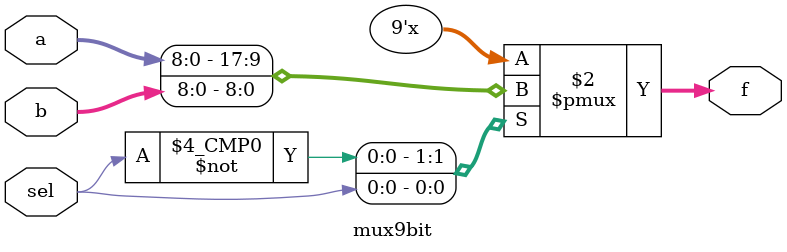
<source format=v>

`timescale 1ns/10ps

module mux9bit(a, b, sel, f);
	input [8:0] a, b;
	input sel;
	output reg [8:0] f;

	always@(a, b, sel) begin
		case(sel)
			0: f = a;
			1: f = b;
			default: f = 0;
		endcase
	end
endmodule

</source>
